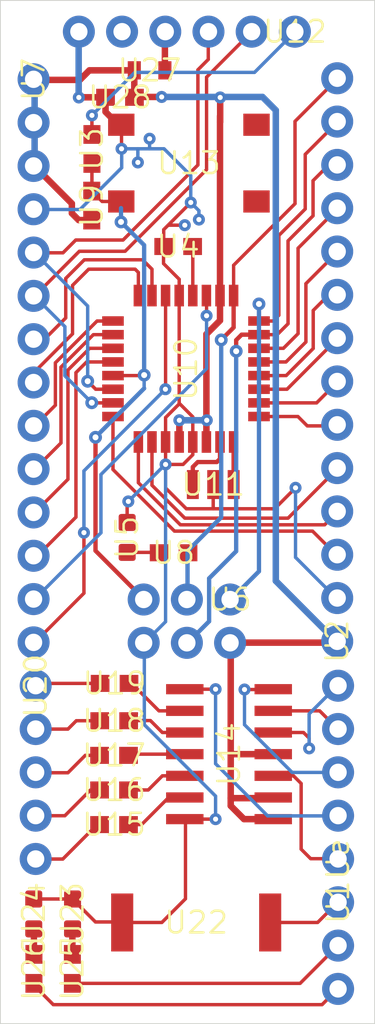
<source format=kicad_pcb>
(kicad_pcb (version 20221018) (generator pcbnew)
  (layers (0 "F.Cu" signal "Top") (31 "B.Cu" signal "Bottom") (34 "B.Paste" user) (35 "F.Paste" user) (36 "B.SilkS" user "B.Silkscreen") (37 "F.SilkS" user "F.Silkscreen") (38 "B.Mask" user) (39 "F.Mask" user) (44 "Edge.Cuts" user))
  (net 0 "")
  (net 1 "GND")
  (net 2 "VCC")
  (net 3 "/D2")
  (net 4 "/TXO")
  (net 5 "/RXI")
  (net 6 "/RST")
  (net 7 "/A5")
  (net 8 "/A4")
  (net 9 "/A3")
  (net 10 "/A2")
  (net 11 "/A1")
  (net 12 "/A0")
  (net 13 "/A7")
  (net 14 "Net-(C6-Pad1)")
  (net 15 "/A6")
  (net 16 "/SCK")
  (net 17 "/MISO")
  (net 18 "/MOSI")
  (net 19 "/D10")
  (net 20 "/D9")
  (net 21 "/D8")
  (net 22 "/D7")
  (net 23 "/D6")
  (net 24 "/D5")
  (net 25 "Net-(U3-Pad8)")
  (net 26 "Net-(U3-Pad7)")
  (net 27 "/D4")
  (net 28 "/D3")
  (net 29 "Net-(D1-PadA)")
  (net 30 "/DTR")
  (net 31 "Net-(J1-PadCTS)")
  (net 32 "Net-(F1-Pad1)")
  (net 33 "/OUT1")
  (net 34 "Net-(IC1-Pad10)")
  (net 35 "/OUT2")
  (net 36 "/OUT4")
  (net 37 "Net-(IC1-Pad9)")
  (net 38 "/OUT3")
  (net 39 "Net-(IC1-Pad11)")
  (net 40 "Net-(IC1-Pad12)")
  (net 41 "/GO")
  (net 42 "Net-(IC1-Pad13)")
  (net 43 "Net-(J2-Pad5)")
  (net 44 "Net-(J2-Pad4)")
  (net 45 "Net-(J2-Pad3)")
  (net 46 "Net-(J2-Pad2)")
  (net 47 "Net-(J2-Pad1)")
  (net 48 "Net-(J4-Pad1)")
  (net 49 "Net-(J4-Pad3)")
  (net 50 "Net-(J4-Pad2)")
  (net 51 "Net-(D2-PadA)")
  (net 52 "Net-(D3-PadA)")
  (footprint "piezoMusic:0603" (layer "F.Cu") (at 142.8811 83.7136 -90)
    (fp_text reference "U3")
    (fp_text value "")
  )
  (footprint "piezoMusic:0603" (layer "F.Cu") (at 147.9511 89.4336 180)
    (fp_text reference "U4")
    (fp_text value "")
  )
  (footprint "piezoMusic:LED-0603" (layer "F.Cu") (at 144.9511 106.4936 90)
    (fp_text reference "U5")
    (fp_text value "")
  )
  (footprint "piezoMusic:1X14" (layer "F.Cu") (at 157.3022 96.0882 90)
    (fp_text reference "U2")
    (fp_text value "")
  )
  (footprint "piezoMusic:2X3" (layer "F.Cu") (at 148.463 111.4044 180)
    (fp_text reference "U6")
    (fp_text value "")
  )
  (footprint "piezoMusic:1X14" (layer "F.Cu") (at 139.446 96.139 -90)
    (fp_text reference "U7")
    (fp_text value "")
  )
  (footprint "piezoMusic:0603" (layer "F.Cu") (at 147.6811 107.3936 180)
    (fp_text reference "U8")
    (fp_text value "")
  )
  (footprint "piezoMusic:0603" (layer "F.Cu") (at 142.8711 87.0336 -90)
    (fp_text reference "U9")
    (fp_text value "")
  )
  (footprint "piezoMusic:TQFP32-08" (layer "F.Cu") (at 148.4111 96.6036 90)
    (fp_text reference "U10")
    (fp_text value "")
  )
  (footprint "piezoMusic:RESONATOR-SMD" (layer "F.Cu") (at 150.0111 103.3936 180)
    (fp_text reference "U11")
    (fp_text value "")
  )
  (footprint "piezoMusic:FTDI_BASIC" (layer "F.Cu") (at 148.463 76.835 180)
    (fp_text reference "U12")
    (fp_text value "")
  )
  (footprint "piezoMusic:TACTILE_SWITCH_SMD_6.2MM_TALL" (layer "F.Cu") (at 148.5811 84.5436 180)
    (fp_text reference "U13")
    (fp_text value "")
  )
  (footprint "piezoMusic:SO14" (layer "F.Cu") (at 150.9411 119.2036 90)
    (fp_text reference "U14")
    (fp_text value "")
  )
  (footprint "piezoMusic:0603" (layer "F.Cu") (at 144.1811 123.3336)
    (fp_text reference "U15")
    (fp_text value "")
  )
  (footprint "piezoMusic:0603" (layer "F.Cu") (at 144.1811 121.3036)
    (fp_text reference "U16")
    (fp_text value "")
  )
  (footprint "piezoMusic:0603" (layer "F.Cu") (at 144.1811 119.2736)
    (fp_text reference "U17")
    (fp_text value "")
  )
  (footprint "piezoMusic:0603" (layer "F.Cu") (at 144.1911 117.2436)
    (fp_text reference "U18")
    (fp_text value "")
  )
  (footprint "piezoMusic:0603" (layer "F.Cu") (at 144.2111 115.0536)
    (fp_text reference "U19")
    (fp_text value "")
  )
  (footprint "piezoMusic:1X05" (layer "F.Cu") (at 139.573 120.269 -90)
    (fp_text reference "U20")
    (fp_text value "")
  )
  (footprint "piezoMusic:1X05" (layer "F.Cu") (at 157.353 120.269 90)
    (fp_text reference "Ue")
    (fp_text value "")
  )
  (footprint "piezoMusic:PKMCS" (layer "F.Cu") (at 149.0111 129.0736)
    (fp_text reference "U22")
    (fp_text value "")
  )
  (footprint "piezoMusic:1X03" (layer "F.Cu") (at 157.353 130.429 -90)
    (fp_text reference "U1")
    (fp_text value "")
  )
  (footprint "piezoMusic:LED-0603" (layer "F.Cu") (at 141.7411 128.5736 90)
    (fp_text reference "U23")
    (fp_text value "")
  )
  (footprint "piezoMusic:LED-0603" (layer "F.Cu") (at 139.4611 128.5736 90)
    (fp_text reference "U24")
    (fp_text value "")
  )
  (footprint "piezoMusic:0603" (layer "F.Cu") (at 141.7311 131.7936 -90)
    (fp_text reference "U25")
    (fp_text value "")
  )
  (footprint "piezoMusic:0603" (layer "F.Cu") (at 139.4711 131.7936 -90)
    (fp_text reference "U26")
    (fp_text value "")
  )
  (footprint "piezoMusic:FUSC1608X100N" (layer "F.Cu") (at 146.2711 79.1036 180)
    (fp_text reference "U27")
    (fp_text value "")
  )
  (footprint "piezoMusic:0603" (layer "F.Cu") (at 144.5311 80.6836 180)
    (fp_text reference "U28")
    (fp_text value "")
  )
  (gr_line (start 159.5011 135.0036) (end 159.5011 75.0036) (stroke (width 0.05)) (layer "Edge.Cuts"))
  (gr_line (start 159.5011 75.0036) (end 137.5011 75.0036) (stroke (width 0.05)) (layer "Edge.Cuts"))
  (gr_line (start 137.5011 75.0036) (end 137.5011 135.0036) (stroke (width 0.05)) (layer "Edge.Cuts"))
  (gr_line (start 137.5011 135.0036) (end 159.5011 135.0036) (stroke (width 0.05)) (layer "Edge.Cuts"))
  (segment (start 139.4611 127.6966) (end 141.7411 127.6966) (width 0.2) (layer "F.Cu") (net 1))
  (segment (start 143.0881 129.0436) (end 144.6311 129.0436) (width 0.2) (layer "F.Cu") (net 1))
  (segment (start 144.6311 129.0436) (end 144.6611 129.0736) (width 0.381) (layer "F.Cu") (net 1))
  (segment (start 148.3811 127.6836) (end 148.3811 123.0536) (width 0.2) (layer "F.Cu") (net 1))
  (segment (start 146.9911 129.0736) (end 148.3811 127.6836) (width 0.2) (layer "F.Cu") (net 1))
  (segment (start 147.2111 100.8962) (end 147.2111 99.4636) (width 0.2) (layer "F.Cu") (net 1))
  (segment (start 148.0111 91.3536) (end 147.0911 90.4336) (width 0.2) (layer "F.Cu") (net 1))
  (segment (start 148.3811 123.0536) (end 148.3411 123.0136) (width 0.2) (layer "F.Cu") (net 1))
  (segment (start 148.0111 98.6236) (end 148.0311 98.6436) (width 0.2) (layer "F.Cu") (net 1))
  (segment (start 148.0311 98.6436) (end 148.8111 99.4236) (width 0.2) (layer "F.Cu") (net 1))
  (segment (start 147.2111 100.8962) (end 147.2111 102.2136) (width 0.2) (layer "F.Cu") (net 1))
  (segment (start 147.0911 90.4336) (end 147.0911 89.4436) (width 0.2) (layer "F.Cu") (net 1))
  (segment (start 148.8111 99.4236) (end 148.8111 100.8962) (width 0.2) (layer "F.Cu") (net 1))
  (segment (start 141.7411 127.6966) (end 143.0881 129.0436) (width 0.2) (layer "F.Cu") (net 1))
  (segment (start 147.2111 99.4636) (end 148.0311 98.6436) (width 0.2) (layer "F.Cu") (net 1))
  (segment (start 147.2111 103.5936) (end 148.4311 104.8136) (width 0.2) (layer "F.Cu") (net 1))
  (segment (start 148.8111 100.8962) (end 148.8111 101.6436) (width 0.2) (layer "F.Cu") (net 1))
  (segment (start 147.2111 103.5936) (end 147.2111 102.2136) (width 0.2) (layer "F.Cu") (net 1))
  (segment (start 148.8111 101.6436) (end 148.2411 102.2136) (width 0.2) (layer "F.Cu") (net 1))
  (segment (start 148.0111 92.311) (end 148.0111 91.3536) (width 0.2) (layer "F.Cu") (net 1))
  (segment (start 148.0111 92.311) (end 148.0111 98.6236) (width 0.2) (layer "F.Cu") (net 1))
  (segment (start 147.0911 89.4436) (end 147.1011 89.4336) (width 0.381) (layer "F.Cu") (net 1))
  (segment (start 144.6611 129.0736) (end 146.9911 129.0736) (width 0.2) (layer "F.Cu") (net 1))
  (segment (start 148.2411 102.2136) (end 147.2111 102.2136) (width 0.2) (layer "F.Cu") (net 1))
  (segment (start 142.1111 80.6936) (end 142.1211 80.6836) (width 0.381) (layer "F.Cu") (net 1))
  (segment (start 148.4311 104.8136) (end 150.0111 104.8136) (width 0.2) (layer "F.Cu") (net 1))
  (segment (start 147.1011 88.4436) (end 147.3611 88.1836) (width 0.2) (layer "F.Cu") (net 1))
  (segment (start 148.3411 88.1836) (end 147.3611 88.1836) (width 0.2) (layer "F.Cu") (net 1))
  (segment (start 147.1011 89.4336) (end 147.1011 88.4436) (width 0.2) (layer "F.Cu") (net 1))
  (segment (start 144.6211 82.3086) (end 144.6061 82.2936) (width 0.2) (layer "F.Cu") (net 1))
  (segment (start 142.1211 80.6836) (end 143.6811 80.6836) (width 0.381) (layer "F.Cu") (net 1))
  (segment (start 144.9511 104.4536) (end 145.0211 104.3836) (width 0.2) (layer "F.Cu") (net 1))
  (segment (start 143.6811 80.6836) (end 143.6811 81.5386) (width 0.381) (layer "F.Cu") (net 1))
  (segment (start 148.3411 123.0136) (end 150.1511 123.0136) (width 0.2) (layer "F.Cu") (net 1))
  (segment (start 147.3611 88.1836) (end 148.6911 86.8536) (width 0.2) (layer "F.Cu") (net 1))
  (segment (start 144.9511 105.6166) (end 144.9511 104.4536) (width 0.2) (layer "F.Cu") (net 1))
  (segment (start 144.6211 83.7036) (end 144.6211 82.3086) (width 0.2) (layer "F.Cu") (net 1))
  (segment (start 153.6211 104.8136) (end 154.8511 103.5836) (width 0.2) (layer "F.Cu") (net 1))
  (segment (start 144.4361 82.2936) (end 143.6811 81.5386) (width 0.381) (layer "F.Cu") (net 1))
  (segment (start 150.0111 103.3936) (end 150.0111 104.8136) (width 0.2) (layer "F.Cu") (net 1))
  (segment (start 150.0111 104.8136) (end 153.6211 104.8136) (width 0.2) (layer "F.Cu") (net 1))
  (segment (start 144.4361 82.2936) (end 144.6061 82.2936) (width 0.381) (layer "F.Cu") (net 1))
  (via (at 147.2111 102.2136) (size 0.7064) (drill 0.3) (layers "F.Cu" "B.Cu") (net 1))
  (via (at 144.6211 83.7036) (size 0.7064) (drill 0.3) (layers "F.Cu" "B.Cu") (net 1))
  (via (at 154.8511 103.5836) (size 0.7064) (drill 0.3) (layers "F.Cu" "B.Cu") (net 1))
  (via (at 150.1511 123.0136) (size 0.7064) (drill 0.3) (layers "F.Cu" "B.Cu") (net 1))
  (via (at 148.3411 88.1836) (size 0.7064) (drill 0.3) (layers "F.Cu" "B.Cu") (net 1))
  (via (at 148.6911 86.8536) (size 0.7064) (drill 0.3) (layers "F.Cu" "B.Cu") (net 1))
  (via (at 146.2711 83.1136) (size 0.7064) (drill 0.3) (layers "F.Cu" "B.Cu") (net 1))
  (via (at 145.0211 104.3836) (size 0.7064) (drill 0.3) (layers "F.Cu" "B.Cu") (net 1))
  (via (at 145.5811 84.5036) (size 0.7064) (drill 0.3) (layers "F.Cu" "B.Cu") (net 1))
  (via (at 142.1111 80.6936) (size 0.7064) (drill 0.3) (layers "F.Cu" "B.Cu") (net 1))
  (via (at 149.1711 87.8536) (size 0.7064) (drill 0.3) (layers "F.Cu" "B.Cu") (net 1))
  (segment (start 142.1811 87.2636) (end 144.6311 84.8136) (width 0.2) (layer "B.Cu") (net 1))
  (segment (start 142.1011 76.8636) (end 142.1011 80.6836) (width 0.381) (layer "B.Cu") (net 1))
  (segment (start 145.5811 84.5036) (end 145.5811 83.7036) (width 0.2) (layer "B.Cu") (net 1))
  (segment (start 154.8111 103.5436) (end 154.8511 103.5836) (width 0.2) (layer "B.Cu") (net 1))
  (segment (start 145.9611 112.6836) (end 147.2111 111.4336) (width 0.2) (layer "B.Cu") (net 1))
  (segment (start 148.6911 86.8536) (end 148.6911 85.2736) (width 0.2) (layer "B.Cu") (net 1))
  (segment (start 144.6311 84.8136) (end 144.6311 83.7136) (width 0.2) (layer "B.Cu") (net 1))
  (segment (start 147.1211 83.7036) (end 146.2511 83.7036) (width 0.2) (layer "B.Cu") (net 1))
  (segment (start 147.2111 102.2136) (end 147.1911 102.2136) (width 0.2) (layer "B.Cu") (net 1))
  (segment (start 146.2511 83.7036) (end 145.5811 83.7036) (width 0.2) (layer "B.Cu") (net 1))
  (segment (start 148.6911 86.8536) (end 149.1711 87.3336) (width 0.2) (layer "B.Cu") (net 1))
  (segment (start 145.5811 83.7036) (end 144.6211 83.7036) (width 0.2) (layer "B.Cu") (net 1))
  (segment (start 147.1911 102.2136) (end 145.0211 104.3836) (width 0.2) (layer "B.Cu") (net 1))
  (segment (start 146.2711 83.1136) (end 146.2711 83.6836) (width 0.2) (layer "B.Cu") (net 1))
  (segment (start 147.2111 111.4336) (end 147.2111 102.2136) (width 0.2) (layer "B.Cu") (net 1))
  (segment (start 150.1511 121.6636) (end 145.9611 117.4736) (width 0.2) (layer "B.Cu") (net 1))
  (segment (start 154.8511 103.5836) (end 154.8511 107.6636) (width 0.2) (layer "B.Cu") (net 1))
  (segment (start 149.1711 87.3336) (end 149.1711 87.8536) (width 0.2) (layer "B.Cu") (net 1))
  (segment (start 144.6311 83.7136) (end 144.6211 83.7036) (width 0.2) (layer "B.Cu") (net 1))
  (segment (start 154.8511 107.6636) (end 157.2911 110.1036) (width 0.2) (layer "B.Cu") (net 1))
  (segment (start 142.1011 80.6836) (end 142.1111 80.6936) (width 0.381) (layer "B.Cu") (net 1))
  (segment (start 146.2711 83.6836) (end 146.2511 83.7036) (width 0.2) (layer "B.Cu") (net 1))
  (segment (start 148.6911 85.2736) (end 147.1211 83.7036) (width 0.2) (layer "B.Cu") (net 1))
  (segment (start 145.9611 117.4736) (end 145.9611 112.6836) (width 0.2) (layer "B.Cu") (net 1))
  (segment (start 139.5111 87.2636) (end 142.1811 87.2636) (width 0.2) (layer "B.Cu") (net 1))
  (segment (start 150.1511 123.0136) (end 150.1511 121.6636) (width 0.2) (layer "B.Cu") (net 1))
  (segment (start 150.4211 82.1336) (end 150.4111 82.1436) (width 0.381) (layer "F.Cu") (net 2))
  (segment (start 141.7011 86.9136) (end 141.7011 87.4836) (width 0.381) (layer "F.Cu") (net 2))
  (segment (start 150.4111 92.311) (end 150.4111 93.7736) (width 0.381) (layer "F.Cu") (net 2))
  (segment (start 145.3811 80.6836) (end 145.4011 80.6636) (width 0.381) (layer "F.Cu") (net 2))
  (segment (start 149.6111 99.6436) (end 149.6311 99.6236) (width 0.381) (layer "F.Cu") (net 2))
  (segment (start 145.3811 80.6836) (end 145.3711 80.6736) (width 0.381) (layer "F.Cu") (net 2))
  (segment (start 153.5011 121.7836) (end 151.0411 121.7836) (width 0.381) (layer "F.Cu") (net 2))
  (segment (start 150.4211 80.6936) (end 150.4211 82.1336) (width 0.381) (layer "F.Cu") (net 2))
  (segment (start 141.7011 87.4836) (end 142.1011 87.8836) (width 0.381) (layer "F.Cu") (net 2))
  (segment (start 149.6111 94.5736) (end 149.6111 99.6436) (width 0.381) (layer "F.Cu") (net 2))
  (segment (start 145.4011 80.6636) (end 146.9811 80.6636) (width 0.381) (layer "F.Cu") (net 2))
  (segment (start 153.5411 119.2036) (end 151.0411 119.2036) (width 0.381) (layer "F.Cu") (net 2))
  (segment (start 148.0211 99.6236) (end 148.0211 100.8862) (width 0.381) (layer "F.Cu") (net 2))
  (segment (start 145.3711 79.1036) (end 142.7311 79.1036) (width 0.381) (layer "F.Cu") (net 2))
  (segment (start 149.6111 100.8962) (end 149.6111 99.6436) (width 0.381) (layer "F.Cu") (net 2))
  (segment (start 148.0211 100.8862) (end 148.0111 100.8962) (width 0.381) (layer "F.Cu") (net 2))
  (segment (start 142.1711 79.6636) (end 139.5311 79.6636) (width 0.381) (layer "F.Cu") (net 2))
  (segment (start 139.5311 79.6636) (end 139.5111 79.6436) (width 0.381) (layer "F.Cu") (net 2))
  (segment (start 151.0411 122.2336) (end 151.8211 123.0136) (width 0.381) (layer "F.Cu") (net 2))
  (segment (start 151.8211 123.0136) (end 153.5411 123.0136) (width 0.381) (layer "F.Cu") (net 2))
  (segment (start 150.4111 93.7736) (end 149.6111 94.5736) (width 0.381) (layer "F.Cu") (net 2))
  (segment (start 142.8711 87.8836) (end 142.1011 87.8836) (width 0.381) (layer "F.Cu") (net 2))
  (segment (start 145.3711 80.6736) (end 145.3711 79.1036) (width 0.381) (layer "F.Cu") (net 2))
  (segment (start 139.5111 84.7236) (end 141.7011 86.9136) (width 0.381) (layer "F.Cu") (net 2))
  (segment (start 142.7311 79.1036) (end 142.1711 79.6636) (width 0.381) (layer "F.Cu") (net 2))
  (segment (start 153.5411 121.7436) (end 153.5011 121.7836) (width 0.381) (layer "F.Cu") (net 2))
  (segment (start 151.0411 112.6836) (end 151.0411 119.2036) (width 0.381) (layer "F.Cu") (net 2))
  (segment (start 151.0411 121.7836) (end 151.0411 122.2336) (width 0.381) (layer "F.Cu") (net 2))
  (segment (start 151.0411 119.2036) (end 151.0411 121.7836) (width 0.381) (layer "F.Cu") (net 2))
  (segment (start 157.2711 112.6636) (end 157.2911 112.6436) (width 0.381) (layer "F.Cu") (net 2))
  (segment (start 157.2711 112.6636) (end 151.0611 112.6636) (width 0.381) (layer "F.Cu") (net 2))
  (segment (start 151.0411 112.6836) (end 151.0611 112.6636) (width 0.381) (layer "F.Cu") (net 2))
  (segment (start 150.4111 81.7836) (end 150.4111 82.1436) (width 0.381) (layer "F.Cu") (net 2))
  (segment (start 150.4111 82.1436) (end 150.4111 92.311) (width 0.381) (layer "F.Cu") (net 2))
  (via (at 148.0211 99.6236) (size 0.7064) (drill 0.3) (layers "F.Cu" "B.Cu") (net 2))
  (via (at 150.4211 80.6936) (size 0.7064) (drill 0.3) (layers "F.Cu" "B.Cu") (net 2))
  (via (at 149.6311 99.6236) (size 0.7064) (drill 0.3) (layers "F.Cu" "B.Cu") (net 2))
  (via (at 146.9811 80.6636) (size 0.7064) (drill 0.3) (layers "F.Cu" "B.Cu") (net 2))
  (segment (start 149.6311 99.6236) (end 148.0211 99.6236) (width 0.381) (layer "B.Cu") (net 2))
  (segment (start 153.6911 109.0436) (end 153.6911 81.4436) (width 0.381) (layer "B.Cu") (net 2))
  (segment (start 150.4511 80.6636) (end 150.4211 80.6936) (width 0.381) (layer "B.Cu") (net 2))
  (segment (start 153.6911 81.4436) (end 152.9111 80.6636) (width 0.381) (layer "B.Cu") (net 2))
  (segment (start 139.5111 79.6436) (end 139.5111 82.1836) (width 0.381) (layer "B.Cu") (net 2))
  (segment (start 146.9811 80.6636) (end 150.3911 80.6636) (width 0.381) (layer "B.Cu") (net 2))
  (segment (start 150.4211 80.6936) (end 150.3911 80.6636) (width 0.381) (layer "B.Cu") (net 2))
  (segment (start 157.2911 112.6436) (end 153.6911 109.0436) (width 0.381) (layer "B.Cu") (net 2))
  (segment (start 139.5111 82.1836) (end 139.5111 84.7236) (width 0.381) (layer "B.Cu") (net 2))
  (segment (start 152.9111 80.6636) (end 150.4511 80.6636) (width 0.381) (layer "B.Cu") (net 2))
  (segment (start 155.8511 106.1236) (end 157.2911 107.5636) (width 0.2) (layer "F.Cu") (net 3))
  (segment (start 144.1185 102.511) (end 147.7311 106.1236) (width 0.2) (layer "F.Cu") (net 3))
  (segment (start 144.1185 99.4036) (end 144.1185 102.511) (width 0.2) (layer "F.Cu") (net 3))
  (segment (start 147.7311 106.1236) (end 155.8511 106.1236) (width 0.2) (layer "F.Cu") (net 3))
  (segment (start 144.1185 98.6036) (end 142.8811 98.6036) (width 0.2) (layer "F.Cu") (net 4))
  (segment (start 142.1411 89.7136) (end 144.8311 89.7136) (width 0.2) (layer "F.Cu") (net 4))
  (segment (start 142.1411 89.7136) (end 139.5111 92.3436) (width 0.2) (layer "F.Cu") (net 4))
  (segment (start 149.6211 79.5036) (end 152.2611 76.8636) (width 0.2) (layer "F.Cu") (net 4))
  (segment (start 149.6211 84.9236) (end 149.6211 79.5036) (width 0.2) (layer "F.Cu") (net 4))
  (segment (start 144.8311 89.7136) (end 149.6211 84.9236) (width 0.2) (layer "F.Cu") (net 4))
  (segment (start 142.8811 98.6036) (end 142.8711 98.5936) (width 0.2) (layer "F.Cu") (net 4))
  (via (at 142.8711 98.5936) (size 0.7564) (drill 0.35) (layers "F.Cu" "B.Cu") (net 4))
  (segment (start 142.8711 98.5936) (end 141.2911 97.0136) (width 0.2) (layer "B.Cu") (net 4))
  (segment (start 141.2911 97.0136) (end 141.2911 94.1336) (width 0.2) (layer "B.Cu") (net 4))
  (segment (start 139.5111 92.3436) (end 139.5111 92.3536) (width 0.2) (layer "B.Cu") (net 4))
  (segment (start 141.2911 94.1336) (end 139.5111 92.3536) (width 0.2) (layer "B.Cu") (net 4))
  (segment (start 144.1185 97.8036) (end 143.1011 97.8036) (width 0.2) (layer "F.Cu") (net 5))
  (segment (start 143.1011 97.8036) (end 142.6311 97.3336) (width 0.2) (layer "F.Cu") (net 5))
  (segment (start 149.1111 79.0736) (end 149.7211 78.4636) (width 0.2) (layer "F.Cu") (net 5))
  (segment (start 149.1111 84.6536) (end 149.1111 79.0736) (width 0.2) (layer "F.Cu") (net 5))
  (segment (start 141.9311 89.0536) (end 141.1811 89.8036) (width 0.2) (layer "F.Cu") (net 5))
  (segment (start 141.1811 89.8036) (end 139.5111 89.8036) (width 0.2) (layer "F.Cu") (net 5))
  (segment (start 149.7211 78.4636) (end 149.7211 76.8636) (width 0.2) (layer "F.Cu") (net 5))
  (segment (start 144.7111 89.0536) (end 141.9311 89.0536) (width 0.2) (layer "F.Cu") (net 5))
  (segment (start 149.1111 84.6536) (end 144.7111 89.0536) (width 0.2) (layer "F.Cu") (net 5))
  (via (at 142.6311 97.3336) (size 0.7564) (drill 0.35) (layers "F.Cu" "B.Cu") (net 5))
  (segment (start 142.6311 97.3336) (end 142.6311 92.9236) (width 0.2) (layer "B.Cu") (net 5))
  (segment (start 139.5411 89.8336) (end 139.5111 89.8036) (width 0.2) (layer "B.Cu") (net 5))
  (segment (start 142.6311 92.9236) (end 139.5111 89.8036) (width 0.2) (layer "B.Cu") (net 5))
  (segment (start 143.0911 107.2736) (end 145.9611 110.1436) (width 0.254) (layer "F.Cu") (net 6))
  (segment (start 145.9211 97.0036) (end 145.9511 96.9736) (width 0.2) (layer "F.Cu") (net 6))
  (segment (start 144.5911 87.9936) (end 144.6061 87.9786) (width 0.2) (layer "F.Cu") (net 6))
  (segment (start 144.6061 87.9786) (end 144.6061 86.9336) (width 0.2) (layer "F.Cu") (net 6))
  (segment (start 144.1185 97.0036) (end 145.9211 97.0036) (width 0.2) (layer "F.Cu") (net 6))
  (segment (start 144.6061 86.9336) (end 144.6061 86.7936) (width 0.2) (layer "F.Cu") (net 6))
  (segment (start 143.0911 100.6236) (end 143.0911 107.2736) (width 0.254) (layer "F.Cu") (net 6))
  (segment (start 144.6061 86.7936) (end 143.4811 86.7936) (width 0.2) (layer "F.Cu") (net 6))
  (segment (start 142.8811 84.5636) (end 142.8811 86.1736) (width 0.2) (layer "F.Cu") (net 6))
  (segment (start 144.6111 86.9286) (end 144.6061 86.9336) (width 0.2) (layer "F.Cu") (net 6))
  (segment (start 143.4811 86.7936) (end 142.8711 86.1836) (width 0.2) (layer "F.Cu") (net 6))
  (segment (start 142.8811 86.1736) (end 142.8711 86.1836) (width 0.2) (layer "F.Cu") (net 6))
  (via (at 143.0911 100.6236) (size 0.7564) (drill 0.35) (layers "F.Cu" "B.Cu") (net 6))
  (via (at 144.5911 87.9936) (size 0.7564) (drill 0.35) (layers "F.Cu" "B.Cu") (net 6))
  (via (at 145.9511 96.9736) (size 0.7564) (drill 0.35) (layers "F.Cu" "B.Cu") (net 6))
  (segment (start 145.9511 97.7536) (end 143.0911 100.6136) (width 0.254) (layer "B.Cu") (net 6))
  (segment (start 145.9511 96.9736) (end 145.9511 89.3536) (width 0.254) (layer "B.Cu") (net 6))
  (segment (start 145.9511 89.3536) (end 144.5911 87.9936) (width 0.254) (layer "B.Cu") (net 6))
  (segment (start 145.9511 96.9736) (end 145.9511 97.7536) (width 0.2) (layer "B.Cu") (net 6))
  (segment (start 145.9611 96.9836) (end 145.9511 96.9736) (width 0.2) (layer "B.Cu") (net 6))
  (segment (start 143.0911 100.6136) (end 143.0911 100.6236) (width 0.2) (layer "B.Cu") (net 6))
  (segment (start 144.5911 87.1836) (end 144.5911 87.9936) (width 0.254) (layer "B.Cu") (net 6))
  (segment (start 141.9411 105.3036) (end 139.6611 107.5836) (width 0.2) (layer "F.Cu") (net 7))
  (segment (start 142.56845 96.2036) (end 141.9411 96.83095) (width 0.2) (layer "F.Cu") (net 7))
  (segment (start 144.1185 96.2036) (end 142.56845 96.2036) (width 0.2) (layer "F.Cu") (net 7))
  (segment (start 141.9411 96.83095) (end 141.9411 105.3036) (width 0.2) (layer "F.Cu") (net 7))
  (segment (start 139.6611 107.5836) (end 139.5111 107.5836) (width 0.2) (layer "F.Cu") (net 7))
  (segment (start 142.746 95.4036) (end 141.4711 96.6785) (width 0.2) (layer "F.Cu") (net 8))
  (segment (start 144.1185 95.4036) (end 142.746 95.4036) (width 0.2) (layer "F.Cu") (net 8))
  (segment (start 141.4711 96.6785) (end 141.4711 103.0836) (width 0.2) (layer "F.Cu") (net 8))
  (segment (start 141.4711 103.0836) (end 139.5111 105.0436) (width 0.2) (layer "F.Cu") (net 8))
  (segment (start 144.1185 94.6036) (end 142.96355 94.6036) (width 0.2) (layer "F.Cu") (net 9))
  (segment (start 141.0611 96.50605) (end 141.0611 100.9536) (width 0.2) (layer "F.Cu") (net 9))
  (segment (start 141.0611 100.9536) (end 139.5111 102.5036) (width 0.2) (layer "F.Cu") (net 9))
  (segment (start 142.96355 94.6036) (end 141.0611 96.50605) (width 0.2) (layer "F.Cu") (net 9))
  (segment (start 140.7311 96.2536) (end 140.7311 98.7436) (width 0.2) (layer "F.Cu") (net 10))
  (segment (start 140.7311 98.7436) (end 139.5111 99.9636) (width 0.2) (layer "F.Cu") (net 10))
  (segment (start 144.1185 93.8036) (end 143.1811 93.8036) (width 0.2) (layer "F.Cu") (net 10))
  (segment (start 143.1811 93.8036) (end 140.7311 96.2536) (width 0.2) (layer "F.Cu") (net 10))
  (segment (start 141.7411 94.5536) (end 139.5111 96.7836) (width 0.2) (layer "F.Cu") (net 11))
  (segment (start 141.7411 91.7136) (end 141.7411 94.5536) (width 0.2) (layer "F.Cu") (net 11))
  (segment (start 139.5111 96.7836) (end 139.5111 97.4236) (width 0.2) (layer "F.Cu") (net 11))
  (segment (start 145.6111 92.311) (end 145.6111 90.9536) (width 0.2) (layer "F.Cu") (net 11))
  (segment (start 145.4211 90.7636) (end 142.6911 90.7636) (width 0.2) (layer "F.Cu") (net 11))
  (segment (start 145.6111 90.9536) (end 145.4211 90.7636) (width 0.2) (layer "F.Cu") (net 11))
  (segment (start 142.6911 90.7636) (end 141.7411 91.7136) (width 0.2) (layer "F.Cu") (net 11))
  (segment (start 146.4111 92.311) (end 146.4111 90.7636) (width 0.2) (layer "F.Cu") (net 12))
  (segment (start 146.4111 90.7636) (end 145.8611 90.2136) (width 0.2) (layer "F.Cu") (net 12))
  (segment (start 145.8611 90.2136) (end 142.4311 90.2136) (width 0.2) (layer "F.Cu") (net 12))
  (segment (start 141.3411 93.6236) (end 140.0811 94.8836) (width 0.2) (layer "F.Cu") (net 12))
  (segment (start 142.4311 90.2136) (end 141.3411 91.3036) (width 0.2) (layer "F.Cu") (net 12))
  (segment (start 140.0811 94.8836) (end 139.5111 94.8836) (width 0.2) (layer "F.Cu") (net 12))
  (segment (start 141.3411 91.3036) (end 141.3411 93.6236) (width 0.2) (layer "F.Cu") (net 12))
  (segment (start 147.2111 92.311) (end 147.2111 97.7936) (width 0.2) (layer "F.Cu") (net 13))
  (segment (start 147.2011 97.8036) (end 147.2111 97.7936) (width 0.2) (layer "F.Cu") (net 13))
  (segment (start 139.5111 112.6636) (end 142.4111 109.7636) (width 0.2) (layer "F.Cu") (net 13))
  (segment (start 142.4111 109.7636) (end 142.4111 106.2136) (width 0.2) (layer "F.Cu") (net 13))
  (via (at 147.2011 97.8036) (size 0.7064) (drill 0.3) (layers "F.Cu" "B.Cu") (net 13))
  (via (at 142.4111 106.2136) (size 0.7064) (drill 0.3) (layers "F.Cu" "B.Cu") (net 13))
  (segment (start 142.4111 102.5936) (end 147.2011 97.8036) (width 0.2) (layer "B.Cu") (net 13))
  (segment (start 142.4111 106.2136) (end 142.4111 102.5936) (width 0.2) (layer "B.Cu") (net 13))
  (segment (start 148.8111 89.4436) (end 148.8011 89.4336) (width 0.381) (layer "F.Cu") (net 14))
  (segment (start 148.8111 92.311) (end 148.8111 89.4436) (width 0.2) (layer "F.Cu") (net 14))
  (segment (start 149.6211 93.4936) (end 149.6211 92.321) (width 0.2) (layer "F.Cu") (net 15))
  (segment (start 149.6211 92.321) (end 149.6111 92.311) (width 0.2) (layer "F.Cu") (net 15))
  (via (at 149.6211 93.4936) (size 0.7064) (drill 0.3) (layers "F.Cu" "B.Cu") (net 15))
  (segment (start 139.5111 110.1236) (end 143.4111 106.2236) (width 0.2) (layer "B.Cu") (net 15))
  (segment (start 143.4111 102.8036) (end 149.6211 96.5936) (width 0.2) (layer "B.Cu") (net 15))
  (segment (start 149.6211 96.5936) (end 149.6211 93.4936) (width 0.2) (layer "B.Cu") (net 15))
  (segment (start 143.4111 106.2236) (end 143.4111 102.8036) (width 0.2) (layer "B.Cu") (net 15))
  (segment (start 148.5011 110.1436) (end 148.5011 107.4236) (width 0.2) (layer "F.Cu") (net 16))
  (segment (start 148.5011 107.4236) (end 148.5311 107.3936) (width 0.2) (layer "F.Cu") (net 16))
  (segment (start 154.8211 82.0936) (end 157.2911 79.6236) (width 0.2) (layer "F.Cu") (net 16))
  (segment (start 154.8211 86.9236) (end 154.8211 82.0936) (width 0.2) (layer "F.Cu") (net 16))
  (segment (start 151.2111 94.1836) (end 151.2111 92.311) (width 0.254) (layer "F.Cu") (net 16))
  (segment (start 150.4811 94.9136) (end 151.2111 94.1836) (width 0.254) (layer "F.Cu") (net 16))
  (segment (start 151.2111 92.311) (end 151.2111 90.5336) (width 0.2) (layer "F.Cu") (net 16))
  (segment (start 151.2111 90.5336) (end 154.8211 86.9236) (width 0.2) (layer "F.Cu") (net 16))
  (via (at 150.4811 94.9136) (size 0.7564) (drill 0.35) (layers "F.Cu" "B.Cu") (net 16))
  (segment (start 150.4811 105.3136) (end 150.4811 94.9136) (width 0.254) (layer "B.Cu") (net 16))
  (segment (start 148.5011 107.2936) (end 150.4811 105.3136) (width 0.254) (layer "B.Cu") (net 16))
  (segment (start 148.5011 110.1436) (end 148.5011 107.2936) (width 0.254) (layer "B.Cu") (net 16))
  (segment (start 153.8711 88.7836) (end 155.4211 87.2336) (width 0.2) (layer "F.Cu") (net 17))
  (segment (start 155.4211 84.0336) (end 157.2911 82.1636) (width 0.2) (layer "F.Cu") (net 17))
  (segment (start 153.8711 93.4636) (end 153.8711 88.7836) (width 0.2) (layer "F.Cu") (net 17))
  (segment (start 155.4211 87.2336) (end 155.4211 84.0336) (width 0.2) (layer "F.Cu") (net 17))
  (segment (start 152.7037 93.8036) (end 153.5311 93.8036) (width 0.2) (layer "F.Cu") (net 17))
  (segment (start 153.5311 93.8036) (end 153.8711 93.4636) (width 0.2) (layer "F.Cu") (net 17))
  (segment (start 152.7011 92.8036) (end 152.7037 92.8062) (width 0.2) (layer "F.Cu") (net 17))
  (segment (start 152.7037 92.8062) (end 152.7037 93.8036) (width 0.254) (layer "F.Cu") (net 17))
  (via (at 152.7011 92.8036) (size 0.7564) (drill 0.35) (layers "F.Cu" "B.Cu") (net 17))
  (segment (start 152.7011 108.4836) (end 152.7011 92.8036) (width 0.254) (layer "B.Cu") (net 17))
  (segment (start 151.0411 110.1436) (end 152.7011 108.4836) (width 0.254) (layer "B.Cu") (net 17))
  (segment (start 154.4111 93.9636) (end 154.4111 89.1036) (width 0.2) (layer "F.Cu") (net 18))
  (segment (start 152.7037 94.6036) (end 153.7711 94.6036) (width 0.2) (layer "F.Cu") (net 18))
  (segment (start 155.8811 87.6336) (end 155.8811 85.5736) (width 0.2) (layer "F.Cu") (net 18))
  (segment (start 151.6811 94.6036) (end 151.3611 94.9236) (width 0.254) (layer "F.Cu") (net 18))
  (segment (start 151.3611 95.5736) (end 151.3611 94.9236) (width 0.254) (layer "F.Cu") (net 18))
  (segment (start 156.7511 84.7036) (end 157.2911 84.7036) (width 0.2) (layer "F.Cu") (net 18))
  (segment (start 155.8811 85.5736) (end 156.7511 84.7036) (width 0.2) (layer "F.Cu") (net 18))
  (segment (start 153.7711 94.6036) (end 154.4111 93.9636) (width 0.2) (layer "F.Cu") (net 18))
  (segment (start 151.6811 94.6036) (end 152.7037 94.6036) (width 0.254) (layer "F.Cu") (net 18))
  (segment (start 154.4111 89.1036) (end 155.8811 87.6336) (width 0.2) (layer "F.Cu") (net 18))
  (via (at 151.3611 95.5736) (size 0.7564) (drill 0.35) (layers "F.Cu" "B.Cu") (net 18))
  (segment (start 148.5011 112.6836) (end 149.7711 111.4136) (width 0.254) (layer "B.Cu") (net 18))
  (segment (start 151.3611 107.3036) (end 151.3611 95.5736) (width 0.254) (layer "B.Cu") (net 18))
  (segment (start 149.7711 108.8936) (end 151.3611 107.3036) (width 0.254) (layer "B.Cu") (net 18))
  (segment (start 149.7711 111.4136) (end 149.7711 108.8936) (width 0.254) (layer "B.Cu") (net 18))
  (segment (start 152.7037 95.4036) (end 154.1411 95.4036) (width 0.2) (layer "F.Cu") (net 19))
  (segment (start 154.1411 95.4036) (end 155.0011 94.5436) (width 0.2) (layer "F.Cu") (net 19))
  (segment (start 155.0011 94.5436) (end 155.0011 89.5336) (width 0.2) (layer "F.Cu") (net 19))
  (segment (start 155.0011 89.5336) (end 157.2911 87.2436) (width 0.2) (layer "F.Cu") (net 19))
  (segment (start 155.4611 95.0336) (end 155.4611 91.6136) (width 0.2) (layer "F.Cu") (net 20))
  (segment (start 152.7037 96.2036) (end 154.2911 96.2036) (width 0.2) (layer "F.Cu") (net 20))
  (segment (start 155.4611 91.6136) (end 157.2911 89.7836) (width 0.2) (layer "F.Cu") (net 20))
  (segment (start 154.2911 96.2036) (end 155.4611 95.0336) (width 0.2) (layer "F.Cu") (net 20))
  (segment (start 152.7037 97.0036) (end 154.3011 97.0036) (width 0.2) (layer "F.Cu") (net 21))
  (segment (start 155.8911 95.4136) (end 155.8911 93.1836) (width 0.2) (layer "F.Cu") (net 21))
  (segment (start 155.8911 93.1836) (end 156.7511 92.3236) (width 0.2) (layer "F.Cu") (net 21))
  (segment (start 156.7511 92.3236) (end 157.2911 92.3236) (width 0.2) (layer "F.Cu") (net 21))
  (segment (start 154.3011 97.0036) (end 155.8911 95.4136) (width 0.2) (layer "F.Cu") (net 21))
  (segment (start 152.7037 97.8036) (end 154.3511 97.8036) (width 0.2) (layer "F.Cu") (net 22))
  (segment (start 154.3511 97.8036) (end 157.2911 94.8636) (width 0.2) (layer "F.Cu") (net 22))
  (segment (start 152.7037 98.6036) (end 156.0911 98.6036) (width 0.2) (layer "F.Cu") (net 23))
  (segment (start 156.0911 98.6036) (end 157.2911 97.4036) (width 0.2) (layer "F.Cu") (net 23))
  (segment (start 154.9911 99.4036) (end 155.5411 99.9536) (width 0.2) (layer "F.Cu") (net 24))
  (segment (start 152.7037 99.4036) (end 154.9911 99.4036) (width 0.2) (layer "F.Cu") (net 24))
  (segment (start 155.5411 99.9536) (end 157.2811 99.9536) (width 0.2) (layer "F.Cu") (net 24))
  (segment (start 157.2811 99.9536) (end 157.2911 99.9436) (width 0.2) (layer "F.Cu") (net 24))
  (segment (start 151.2111 103.3936) (end 151.2111 100.8962) (width 0.254) (layer "F.Cu") (net 25))
  (segment (start 150.2211 102.0736) (end 149.1011 102.0736) (width 0.254) (layer "F.Cu") (net 26))
  (segment (start 150.4111 101.8836) (end 150.2211 102.0736) (width 0.254) (layer "F.Cu") (net 26))
  (segment (start 149.1011 102.0736) (end 148.8111 102.3636) (width 0.254) (layer "F.Cu") (net 26))
  (segment (start 150.4111 100.8962) (end 150.4111 101.8836) (width 0.254) (layer "F.Cu") (net 26))
  (segment (start 148.8111 102.3636) (end 148.8111 103.3936) (width 0.254) (layer "F.Cu") (net 26))
  (segment (start 148.3411 105.3636) (end 154.4111 105.3636) (width 0.2) (layer "F.Cu") (net 27))
  (segment (start 146.4111 103.4336) (end 148.3411 105.3636) (width 0.2) (layer "F.Cu") (net 27))
  (segment (start 146.4111 100.8962) (end 146.4111 103.4336) (width 0.2) (layer "F.Cu") (net 27))
  (segment (start 154.4111 105.3636) (end 157.2911 102.4836) (width 0.2) (layer "F.Cu") (net 27))
  (segment (start 145.6111 100.8962) (end 145.6111 103.2836) (width 0.2) (layer "F.Cu") (net 28))
  (segment (start 145.6111 103.2836) (end 148.0811 105.7536) (width 0.2) (layer "F.Cu") (net 28))
  (segment (start 156.5611 105.7536) (end 157.2911 105.0236) (width 0.2) (layer "F.Cu") (net 28))
  (segment (start 156.5611 105.7536) (end 148.0811 105.7536) (width 0.2) (layer "F.Cu") (net 28))
  (segment (start 146.8311 107.3936) (end 146.8081 107.3706) (width 0.2) (layer "F.Cu") (net 29))
  (segment (start 146.8081 107.3706) (end 144.9511 107.3706) (width 0.2) (layer "F.Cu") (net 29))
  (segment (start 142.8811 81.7436) (end 142.8811 82.8636) (width 0.2) (layer "F.Cu") (net 30))
  (via (at 142.8811 81.7436) (size 0.7064) (drill 0.3) (layers "F.Cu" "B.Cu") (net 30))
  (segment (start 145.4011 79.2236) (end 142.8811 81.7436) (width 0.2) (layer "B.Cu") (net 30))
  (segment (start 152.4411 79.2236) (end 145.4011 79.2236) (width 0.2) (layer "B.Cu") (net 30))
  (segment (start 154.8011 76.8636) (end 152.4411 79.2236) (width 0.2) (layer "B.Cu") (net 30))
  (segment (start 147.1711 79.1036) (end 147.1711 76.8736) (width 0.381) (layer "F.Cu") (net 32))
  (segment (start 147.1711 76.8736) (end 147.1811 76.8636) (width 0.381) (layer "F.Cu") (net 32))
  (segment (start 148.3411 115.3936) (end 150.1511 115.3936) (width 0.2) (layer "F.Cu") (net 33))
  (via (at 150.1511 115.3936) (size 0.7064) (drill 0.3) (layers "F.Cu" "B.Cu") (net 33))
  (segment (start 150.1511 119.7636) (end 153.2111 122.8236) (width 0.2) (layer "B.Cu") (net 33))
  (segment (start 157.2911 122.8236) (end 157.3211 122.7936) (width 0.2) (layer "B.Cu") (net 33))
  (segment (start 150.1511 115.3936) (end 150.1511 119.7636) (width 0.2) (layer "B.Cu") (net 33))
  (segment (start 153.2111 122.8236) (end 157.2911 122.8236) (width 0.2) (layer "B.Cu") (net 33))
  (segment (start 145.0511 117.2336) (end 145.0411 117.2436) (width 0.381) (layer "F.Cu") (net 34))
  (segment (start 148.3411 117.9336) (end 147.0211 117.9336) (width 0.2) (layer "F.Cu") (net 34))
  (segment (start 147.0211 117.9336) (end 146.3211 117.2336) (width 0.2) (layer "F.Cu") (net 34))
  (segment (start 146.3211 117.2336) (end 145.0511 117.2336) (width 0.2) (layer "F.Cu") (net 34))
  (segment (start 153.5211 115.4136) (end 151.8511 115.4136) (width 0.2) (layer "F.Cu") (net 35))
  (segment (start 153.5411 115.3936) (end 153.5211 115.4136) (width 0.2) (layer "F.Cu") (net 35))
  (via (at 151.8511 115.4136) (size 0.7064) (drill 0.3) (layers "F.Cu" "B.Cu") (net 35))
  (segment (start 157.3011 120.2736) (end 157.3211 120.2536) (width 0.2) (layer "B.Cu") (net 35))
  (segment (start 151.8511 117.4736) (end 154.6511 120.2736) (width 0.2) (layer "B.Cu") (net 35))
  (segment (start 154.6511 120.2736) (end 157.3011 120.2736) (width 0.2) (layer "B.Cu") (net 35))
  (segment (start 151.8511 115.4136) (end 151.8511 117.4736) (width 0.2) (layer "B.Cu") (net 35))
  (segment (start 155.6511 118.8636) (end 155.6511 118.2636) (width 0.2) (layer "F.Cu") (net 36))
  (segment (start 155.6511 118.2636) (end 155.3211 117.9336) (width 0.2) (layer "F.Cu") (net 36))
  (segment (start 153.5411 117.9336) (end 155.3211 117.9336) (width 0.2) (layer "F.Cu") (net 36))
  (via (at 155.6511 118.8636) (size 0.7064) (drill 0.3) (layers "F.Cu" "B.Cu") (net 36))
  (segment (start 155.6511 118.8636) (end 155.6511 116.8436) (width 0.2) (layer "B.Cu") (net 36))
  (segment (start 155.6511 116.8436) (end 157.3211 115.1736) (width 0.2) (layer "B.Cu") (net 36))
  (segment (start 145.2111 115.0536) (end 145.0611 115.0536) (width 0.381) (layer "F.Cu") (net 37))
  (segment (start 148.3411 116.6636) (end 146.8211 116.6636) (width 0.2) (layer "F.Cu") (net 37))
  (segment (start 146.8211 116.6636) (end 145.2111 115.0536) (width 0.2) (layer "F.Cu") (net 37))
  (segment (start 153.5411 116.6636) (end 156.2711 116.6636) (width 0.2) (layer "F.Cu") (net 38))
  (segment (start 156.2711 116.6636) (end 157.3211 117.7136) (width 0.2) (layer "F.Cu") (net 38))
  (segment (start 148.3411 119.2036) (end 145.1011 119.2036) (width 0.2) (layer "F.Cu") (net 39))
  (segment (start 145.1011 119.2036) (end 145.0311 119.2736) (width 0.381) (layer "F.Cu") (net 39))
  (segment (start 148.3411 120.4736) (end 147.0211 120.4736) (width 0.2) (layer "F.Cu") (net 40))
  (segment (start 146.1911 121.3036) (end 145.0311 121.3036) (width 0.2) (layer "F.Cu") (net 40))
  (segment (start 147.0211 120.4736) (end 146.1911 121.3036) (width 0.2) (layer "F.Cu") (net 40))
  (segment (start 155.1811 124.7736) (end 155.7411 125.3336) (width 0.2) (layer "F.Cu") (net 41))
  (segment (start 153.5411 120.4736) (end 154.7311 120.4736) (width 0.2) (layer "F.Cu") (net 41))
  (segment (start 155.7411 125.3336) (end 157.3211 125.3336) (width 0.2) (layer "F.Cu") (net 41))
  (segment (start 154.7311 120.4736) (end 155.1811 120.9236) (width 0.2) (layer "F.Cu") (net 41))
  (segment (start 155.1811 120.9236) (end 155.1811 124.7736) (width 0.2) (layer "F.Cu") (net 41))
  (segment (start 148.3411 121.7436) (end 147.3911 121.7436) (width 0.2) (layer "F.Cu") (net 42))
  (segment (start 145.8011 123.3336) (end 145.0311 123.3336) (width 0.2) (layer "F.Cu") (net 42))
  (segment (start 147.3911 121.7436) (end 145.8011 123.3336) (width 0.2) (layer "F.Cu") (net 42))
  (segment (start 143.3311 123.3336) (end 143.1911 123.3336) (width 0.381) (layer "F.Cu") (net 43))
  (segment (start 141.1711 125.3536) (end 139.5211 125.3536) (width 0.2) (layer "F.Cu") (net 43))
  (segment (start 143.1911 123.3336) (end 141.1711 125.3536) (width 0.2) (layer "F.Cu") (net 43))
  (segment (start 143.3311 121.3036) (end 142.8011 121.3036) (width 0.2) (layer "F.Cu") (net 44))
  (segment (start 142.8011 121.3036) (end 141.2911 122.8136) (width 0.2) (layer "F.Cu") (net 44))
  (segment (start 141.2911 122.8136) (end 139.5211 122.8136) (width 0.2) (layer "F.Cu") (net 44))
  (segment (start 143.3311 119.2736) (end 142.4911 119.2736) (width 0.2) (layer "F.Cu") (net 45))
  (segment (start 142.4911 119.2736) (end 141.4711 120.2936) (width 0.2) (layer "F.Cu") (net 45))
  (segment (start 141.4711 120.2936) (end 139.5411 120.2936) (width 0.2) (layer "F.Cu") (net 45))
  (segment (start 139.5411 120.2936) (end 139.5211 120.2736) (width 0.381) (layer "F.Cu") (net 45))
  (segment (start 141.9611 117.2436) (end 141.4711 117.7336) (width 0.2) (layer "F.Cu") (net 46))
  (segment (start 143.3411 117.2436) (end 141.9611 117.2436) (width 0.2) (layer "F.Cu") (net 46))
  (segment (start 141.4711 117.7336) (end 139.5211 117.7336) (width 0.2) (layer "F.Cu") (net 46))
  (segment (start 143.3611 115.0536) (end 139.6611 115.0536) (width 0.2) (layer "F.Cu") (net 47))
  (segment (start 139.5211 115.1936) (end 139.6611 115.0536) (width 0.381) (layer "F.Cu") (net 47))
  (segment (start 153.3611 129.0736) (end 156.1511 129.0736) (width 0.2) (layer "F.Cu") (net 48))
  (segment (start 156.1511 129.0736) (end 157.3611 127.8636) (width 0.2) (layer "F.Cu") (net 48))
  (segment (start 140.6111 133.8936) (end 139.4711 132.7536) (width 0.2) (layer "F.Cu") (net 49))
  (segment (start 139.4711 132.7536) (end 139.4711 132.6436) (width 0.381) (layer "F.Cu") (net 49))
  (segment (start 156.4111 133.8936) (end 140.6111 133.8936) (width 0.2) (layer "F.Cu") (net 49))
  (segment (start 157.3611 132.9436) (end 156.4111 133.8936) (width 0.2) (layer "F.Cu") (net 49))
  (segment (start 155.1211 132.6436) (end 141.7311 132.6436) (width 0.2) (layer "F.Cu") (net 50))
  (segment (start 157.3611 130.4036) (end 155.1211 132.6436) (width 0.2) (layer "F.Cu") (net 50))
  (segment (start 141.7311 129.4606) (end 141.7411 129.4506) (width 0.381) (layer "F.Cu") (net 51))
  (segment (start 141.7311 130.9436) (end 141.7311 129.4606) (width 0.381) (layer "F.Cu") (net 51))
  (segment (start 139.4711 129.4606) (end 139.4611 129.4506) (width 0.381) (layer "F.Cu") (net 52))
  (segment (start 139.4711 130.9436) (end 139.4711 129.4606) (width 0.381) (layer "F.Cu") (net 52))
)
</source>
